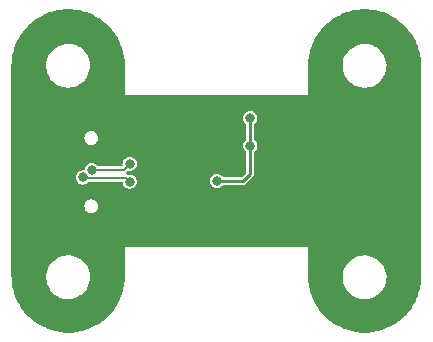
<source format=gbr>
%TF.GenerationSoftware,KiCad,Pcbnew,7.0.5*%
%TF.CreationDate,2023-07-02T14:02:18+02:00*%
%TF.ProjectId,usb_to_serial_converter,7573625f-746f-45f7-9365-7269616c5f63,rev?*%
%TF.SameCoordinates,Original*%
%TF.FileFunction,Copper,L2,Bot*%
%TF.FilePolarity,Positive*%
%FSLAX46Y46*%
G04 Gerber Fmt 4.6, Leading zero omitted, Abs format (unit mm)*
G04 Created by KiCad (PCBNEW 7.0.5) date 2023-07-02 14:02:18*
%MOMM*%
%LPD*%
G01*
G04 APERTURE LIST*
%TA.AperFunction,ComponentPad*%
%ADD10O,2.100000X1.000000*%
%TD*%
%TA.AperFunction,ComponentPad*%
%ADD11O,1.600000X1.000000*%
%TD*%
%TA.AperFunction,ViaPad*%
%ADD12C,0.500000*%
%TD*%
%TA.AperFunction,ViaPad*%
%ADD13C,0.800000*%
%TD*%
%TA.AperFunction,Conductor*%
%ADD14C,0.250000*%
%TD*%
%TA.AperFunction,Conductor*%
%ADD15C,0.200000*%
%TD*%
G04 APERTURE END LIST*
D10*
%TO.P,J1,S1,SHIELD*%
%TO.N,GND*%
X114085000Y-76580000D03*
D11*
X109905000Y-76580000D03*
D10*
X114085000Y-85220000D03*
D11*
X109905000Y-85220000D03*
%TD*%
D12*
%TO.N,GND*%
X138900000Y-82400000D03*
X124845000Y-78900000D03*
X125745000Y-79700000D03*
X123900000Y-79700000D03*
D13*
X115800000Y-76700000D03*
D12*
X123900000Y-78900000D03*
D13*
X115800000Y-85100000D03*
D12*
X125745000Y-78900000D03*
X137300000Y-83100000D03*
D13*
X130020000Y-81560000D03*
D12*
X124845000Y-79700000D03*
X138900000Y-84400000D03*
X137300000Y-83800000D03*
X137900000Y-84400000D03*
X137900000Y-82400000D03*
D13*
%TO.N,/3v3*%
X127020000Y-76335500D03*
X124189311Y-81637151D03*
X127020000Y-78660000D03*
%TO.N,/D+*%
X116800000Y-80200000D03*
X113600000Y-80700000D03*
%TO.N,/D-*%
X112843892Y-81356108D03*
X116800000Y-81700000D03*
%TD*%
D14*
%TO.N,/3v3*%
X127020000Y-81060000D02*
X126442849Y-81637151D01*
X126442849Y-81637151D02*
X124189311Y-81637151D01*
X127020000Y-78660000D02*
X127020000Y-81060000D01*
X127020000Y-76335500D02*
X127020000Y-78660000D01*
D15*
%TO.N,/D+*%
X116800000Y-80200000D02*
X116300000Y-80700000D01*
X116300000Y-80700000D02*
X113600000Y-80700000D01*
%TO.N,/D-*%
X116500000Y-81400000D02*
X116800000Y-81700000D01*
X112843892Y-81356108D02*
X112887784Y-81400000D01*
X112887784Y-81400000D02*
X116500000Y-81400000D01*
%TD*%
%TA.AperFunction,Conductor*%
%TO.N,GND*%
G36*
X111716493Y-67105385D02*
G01*
X111919953Y-67114792D01*
X111921937Y-67114927D01*
X112149586Y-67135416D01*
X112151869Y-67135678D01*
X112353538Y-67163809D01*
X112355478Y-67164121D01*
X112580412Y-67204940D01*
X112582816Y-67205441D01*
X112780871Y-67252023D01*
X112782686Y-67252487D01*
X113003178Y-67313339D01*
X113005616Y-67314083D01*
X113198415Y-67378703D01*
X113199979Y-67379259D01*
X113414373Y-67459722D01*
X113416875Y-67460743D01*
X113602605Y-67542751D01*
X113603969Y-67543381D01*
X113753803Y-67615538D01*
X113810540Y-67642861D01*
X113813151Y-67644215D01*
X113990095Y-67742773D01*
X113991368Y-67743507D01*
X114188517Y-67861298D01*
X114191083Y-67862942D01*
X114357720Y-67977091D01*
X114358841Y-67977882D01*
X114545078Y-68113190D01*
X114547606Y-68115155D01*
X114702491Y-68243771D01*
X114703434Y-68244573D01*
X114877291Y-68396467D01*
X114879715Y-68398734D01*
X115021505Y-68540524D01*
X115022282Y-68541318D01*
X115182397Y-68708785D01*
X115184702Y-68711371D01*
X115312381Y-68865130D01*
X115386016Y-68957465D01*
X115457890Y-69047592D01*
X115460018Y-69050470D01*
X115572049Y-69214015D01*
X115701432Y-69410023D01*
X115703365Y-69413206D01*
X115798792Y-69584530D01*
X115911050Y-69793139D01*
X115912744Y-69796603D01*
X115990662Y-69973072D01*
X116084985Y-70193751D01*
X116086403Y-70197477D01*
X116146104Y-70375602D01*
X116221788Y-70608530D01*
X116222896Y-70612495D01*
X116263809Y-70786449D01*
X116320326Y-71034067D01*
X116321093Y-71038245D01*
X116342874Y-71194379D01*
X116379779Y-71466828D01*
X116380174Y-71471188D01*
X116382538Y-71522321D01*
X116390386Y-71697067D01*
X116399450Y-71898883D01*
X116399500Y-71901104D01*
X116399500Y-74380391D01*
X116399424Y-74380774D01*
X116399459Y-74400000D01*
X116399500Y-74400099D01*
X116399617Y-74400383D01*
X116400000Y-74400541D01*
X116400002Y-74400539D01*
X116419651Y-74400527D01*
X116419787Y-74400500D01*
X131880213Y-74400500D01*
X131880348Y-74400527D01*
X131899997Y-74400539D01*
X131900000Y-74400541D01*
X131900383Y-74400383D01*
X131900500Y-74400099D01*
X131900541Y-74400000D01*
X131900540Y-74399997D01*
X131900575Y-74380774D01*
X131900499Y-74380396D01*
X131900499Y-71967765D01*
X134845788Y-71967765D01*
X134875414Y-72237020D01*
X134909997Y-72369301D01*
X134943928Y-72499088D01*
X135049870Y-72748390D01*
X135121999Y-72866577D01*
X135190983Y-72979612D01*
X135280252Y-73086880D01*
X135364255Y-73187820D01*
X135565998Y-73368582D01*
X135788624Y-73515870D01*
X135791913Y-73518046D01*
X135924100Y-73580012D01*
X136037176Y-73633020D01*
X136182628Y-73676780D01*
X136296555Y-73711056D01*
X136296559Y-73711057D01*
X136296569Y-73711060D01*
X136463840Y-73735677D01*
X136564560Y-73750500D01*
X136564561Y-73750500D01*
X136767631Y-73750500D01*
X136970156Y-73735677D01*
X137234553Y-73676780D01*
X137487558Y-73580014D01*
X137723777Y-73447441D01*
X137938177Y-73281888D01*
X138126186Y-73086881D01*
X138283799Y-72866579D01*
X138407656Y-72625675D01*
X138495118Y-72369305D01*
X138544319Y-72102933D01*
X138554212Y-71832235D01*
X138524586Y-71562982D01*
X138456072Y-71300912D01*
X138350130Y-71051610D01*
X138209018Y-70820390D01*
X138180772Y-70786449D01*
X138035746Y-70612181D01*
X137834007Y-70431422D01*
X137834004Y-70431420D01*
X137834002Y-70431418D01*
X137684489Y-70332501D01*
X137608086Y-70281953D01*
X137362822Y-70166979D01*
X137103444Y-70088943D01*
X137103428Y-70088939D01*
X136835440Y-70049500D01*
X136835439Y-70049500D01*
X136632369Y-70049500D01*
X136429848Y-70064322D01*
X136165450Y-70123219D01*
X135912439Y-70219987D01*
X135676219Y-70352561D01*
X135461826Y-70518108D01*
X135273814Y-70713119D01*
X135116199Y-70933422D01*
X134992342Y-71174328D01*
X134904884Y-71430687D01*
X134904881Y-71430698D01*
X134855680Y-71697069D01*
X134845788Y-71967765D01*
X131900499Y-71967765D01*
X131900499Y-71901102D01*
X131900549Y-71898882D01*
X131903542Y-71832235D01*
X131917474Y-71522028D01*
X131919826Y-71471164D01*
X131920216Y-71466855D01*
X131957172Y-71194040D01*
X131978905Y-71038239D01*
X131979669Y-71034079D01*
X132036192Y-70786434D01*
X132077112Y-70612456D01*
X132078195Y-70608580D01*
X132153929Y-70375498D01*
X132213606Y-70197445D01*
X132214996Y-70193794D01*
X132309388Y-69972951D01*
X132387269Y-69796570D01*
X132388932Y-69793171D01*
X132501230Y-69584486D01*
X132596639Y-69413195D01*
X132598555Y-69410040D01*
X132727962Y-69213997D01*
X132840006Y-69050434D01*
X132842082Y-69047627D01*
X132987639Y-68865103D01*
X133115327Y-68711335D01*
X133117572Y-68708817D01*
X133277822Y-68541208D01*
X133278447Y-68540570D01*
X133420298Y-68398719D01*
X133422677Y-68396494D01*
X133596646Y-68244502D01*
X133597471Y-68243800D01*
X133752427Y-68115127D01*
X133754886Y-68113215D01*
X133941183Y-67977863D01*
X133942222Y-67977130D01*
X134108947Y-67862921D01*
X134111452Y-67861316D01*
X134308690Y-67743472D01*
X134309877Y-67742787D01*
X134486874Y-67644200D01*
X134489437Y-67642871D01*
X134696080Y-67543357D01*
X134697348Y-67542771D01*
X134883149Y-67460732D01*
X134885601Y-67459732D01*
X135100059Y-67379244D01*
X135101549Y-67378714D01*
X135294403Y-67314077D01*
X135296801Y-67313345D01*
X135517339Y-67252480D01*
X135519103Y-67252029D01*
X135717198Y-67205437D01*
X135719570Y-67204943D01*
X135944537Y-67164118D01*
X135946446Y-67163811D01*
X136148139Y-67135676D01*
X136150403Y-67135417D01*
X136378069Y-67114927D01*
X136380040Y-67114792D01*
X136583506Y-67105385D01*
X136585785Y-67105333D01*
X136814215Y-67105333D01*
X136816493Y-67105385D01*
X137019953Y-67114792D01*
X137021937Y-67114927D01*
X137249586Y-67135416D01*
X137251869Y-67135678D01*
X137453538Y-67163809D01*
X137455478Y-67164121D01*
X137680412Y-67204940D01*
X137682816Y-67205441D01*
X137880871Y-67252023D01*
X137882686Y-67252487D01*
X138103178Y-67313339D01*
X138105616Y-67314083D01*
X138298415Y-67378703D01*
X138299979Y-67379259D01*
X138514373Y-67459722D01*
X138516875Y-67460743D01*
X138702605Y-67542751D01*
X138703969Y-67543381D01*
X138853803Y-67615538D01*
X138910540Y-67642861D01*
X138913151Y-67644215D01*
X139090095Y-67742773D01*
X139091368Y-67743507D01*
X139288517Y-67861298D01*
X139291083Y-67862942D01*
X139457720Y-67977091D01*
X139458841Y-67977882D01*
X139645078Y-68113190D01*
X139647606Y-68115155D01*
X139802491Y-68243771D01*
X139803434Y-68244573D01*
X139977291Y-68396467D01*
X139979715Y-68398734D01*
X140121505Y-68540524D01*
X140122282Y-68541318D01*
X140282397Y-68708785D01*
X140284702Y-68711371D01*
X140412381Y-68865130D01*
X140486016Y-68957465D01*
X140557890Y-69047592D01*
X140560018Y-69050470D01*
X140672049Y-69214015D01*
X140801432Y-69410023D01*
X140803365Y-69413206D01*
X140898792Y-69584530D01*
X141011050Y-69793139D01*
X141012744Y-69796603D01*
X141090662Y-69973072D01*
X141184985Y-70193751D01*
X141186403Y-70197477D01*
X141246104Y-70375602D01*
X141321788Y-70608530D01*
X141322896Y-70612495D01*
X141363809Y-70786449D01*
X141420326Y-71034067D01*
X141421093Y-71038245D01*
X141442874Y-71194379D01*
X141479779Y-71466828D01*
X141480174Y-71471188D01*
X141482538Y-71522321D01*
X141490386Y-71697067D01*
X141499450Y-71898883D01*
X141499500Y-71901104D01*
X141499500Y-89698895D01*
X141499450Y-89701110D01*
X141498052Y-89732235D01*
X141482540Y-90077651D01*
X141480174Y-90128810D01*
X141479779Y-90133170D01*
X141442874Y-90405620D01*
X141421093Y-90561753D01*
X141420326Y-90565931D01*
X141363809Y-90813549D01*
X141322896Y-90987503D01*
X141321788Y-90991468D01*
X141246104Y-91224396D01*
X141186403Y-91402521D01*
X141184985Y-91406247D01*
X141090662Y-91626926D01*
X141012744Y-91803395D01*
X141011050Y-91806859D01*
X140898792Y-92015468D01*
X140803365Y-92186792D01*
X140801432Y-92189975D01*
X140672049Y-92385983D01*
X140560018Y-92549528D01*
X140557881Y-92552418D01*
X140412381Y-92734868D01*
X140284702Y-92888627D01*
X140282397Y-92891213D01*
X140122282Y-93058680D01*
X140121505Y-93059474D01*
X139979715Y-93201264D01*
X139977281Y-93203540D01*
X139803436Y-93355423D01*
X139802491Y-93356227D01*
X139647606Y-93484843D01*
X139645078Y-93486808D01*
X139458841Y-93622116D01*
X139457720Y-93622907D01*
X139291083Y-93737056D01*
X139288496Y-93738713D01*
X139091397Y-93856474D01*
X139090095Y-93857225D01*
X138913151Y-93955783D01*
X138910540Y-93957137D01*
X138703997Y-94056604D01*
X138702513Y-94057289D01*
X138516925Y-94139234D01*
X138514323Y-94140296D01*
X138300015Y-94220726D01*
X138298353Y-94221317D01*
X138105673Y-94285897D01*
X138103111Y-94286679D01*
X137882700Y-94347507D01*
X137880865Y-94347976D01*
X137682853Y-94394549D01*
X137680358Y-94395069D01*
X137455508Y-94435872D01*
X137453509Y-94436193D01*
X137251920Y-94464314D01*
X137249518Y-94464589D01*
X137022011Y-94485065D01*
X137019859Y-94485211D01*
X136816492Y-94494614D01*
X136814216Y-94494667D01*
X136585784Y-94494667D01*
X136583507Y-94494614D01*
X136380134Y-94485211D01*
X136377987Y-94485065D01*
X136150480Y-94464589D01*
X136148078Y-94464314D01*
X135946489Y-94436193D01*
X135944490Y-94435872D01*
X135719640Y-94395069D01*
X135717145Y-94394549D01*
X135519133Y-94347976D01*
X135517298Y-94347507D01*
X135363053Y-94304939D01*
X135296869Y-94286673D01*
X135294336Y-94285900D01*
X135101647Y-94221317D01*
X135099983Y-94220726D01*
X134973915Y-94173412D01*
X134885663Y-94140291D01*
X134883089Y-94139240D01*
X134697448Y-94057272D01*
X134696001Y-94056604D01*
X134489458Y-93957137D01*
X134486847Y-93955783D01*
X134309903Y-93857225D01*
X134308601Y-93856474D01*
X134111502Y-93738713D01*
X134108915Y-93737056D01*
X133942278Y-93622907D01*
X133941157Y-93622116D01*
X133754920Y-93486808D01*
X133752392Y-93484843D01*
X133597507Y-93356227D01*
X133596562Y-93355423D01*
X133422717Y-93203540D01*
X133420283Y-93201264D01*
X133278493Y-93059474D01*
X133277716Y-93058680D01*
X133241489Y-93020790D01*
X133117598Y-92891210D01*
X133115296Y-92888627D01*
X132987617Y-92734868D01*
X132954355Y-92693159D01*
X132842102Y-92552398D01*
X132839987Y-92549538D01*
X132727949Y-92385983D01*
X132598566Y-92189975D01*
X132596633Y-92186792D01*
X132501206Y-92015468D01*
X132388948Y-91806859D01*
X132387260Y-91803408D01*
X132309357Y-91626974D01*
X132215003Y-91406222D01*
X132213601Y-91402537D01*
X132153933Y-91224513D01*
X132078199Y-90991431D01*
X132077109Y-90987531D01*
X132036189Y-90813549D01*
X131979671Y-90565929D01*
X131978905Y-90561753D01*
X131957166Y-90405917D01*
X131920216Y-90133146D01*
X131919826Y-90128833D01*
X131917494Y-90078414D01*
X131908034Y-89867765D01*
X134845788Y-89867765D01*
X134875414Y-90137020D01*
X134909997Y-90269301D01*
X134943928Y-90399088D01*
X135049870Y-90648390D01*
X135121999Y-90766577D01*
X135190983Y-90879612D01*
X135364253Y-91087818D01*
X135364255Y-91087820D01*
X135565998Y-91268582D01*
X135744115Y-91386423D01*
X135791913Y-91418046D01*
X135924100Y-91480012D01*
X136037176Y-91533020D01*
X136182628Y-91576780D01*
X136296555Y-91611056D01*
X136296559Y-91611057D01*
X136296569Y-91611060D01*
X136463840Y-91635677D01*
X136564560Y-91650500D01*
X136564561Y-91650500D01*
X136767631Y-91650500D01*
X136970156Y-91635677D01*
X137234553Y-91576780D01*
X137487558Y-91480014D01*
X137723777Y-91347441D01*
X137938177Y-91181888D01*
X138126186Y-90986881D01*
X138283799Y-90766579D01*
X138407656Y-90525675D01*
X138495118Y-90269305D01*
X138544319Y-90002933D01*
X138554212Y-89732235D01*
X138524586Y-89462982D01*
X138456072Y-89200912D01*
X138350130Y-88951610D01*
X138209018Y-88720390D01*
X138035745Y-88512180D01*
X137930754Y-88418108D01*
X137834007Y-88331422D01*
X137834004Y-88331420D01*
X137834002Y-88331418D01*
X137684489Y-88232501D01*
X137608086Y-88181953D01*
X137362822Y-88066979D01*
X137103444Y-87988943D01*
X137103428Y-87988939D01*
X136835440Y-87949500D01*
X136835439Y-87949500D01*
X136632369Y-87949500D01*
X136429848Y-87964322D01*
X136165450Y-88023219D01*
X135912439Y-88119987D01*
X135676219Y-88252561D01*
X135461826Y-88418108D01*
X135273814Y-88613119D01*
X135116199Y-88833422D01*
X134992342Y-89074328D01*
X134904884Y-89330687D01*
X134904881Y-89330698D01*
X134855680Y-89597069D01*
X134845788Y-89867765D01*
X131908034Y-89867765D01*
X131900549Y-89701109D01*
X131900500Y-89698896D01*
X131900500Y-87219787D01*
X131900527Y-87219651D01*
X131900539Y-87200002D01*
X131900541Y-87200000D01*
X131900383Y-87199617D01*
X131900099Y-87199500D01*
X131900000Y-87199459D01*
X131899999Y-87199459D01*
X131880418Y-87199459D01*
X131880212Y-87199500D01*
X116419788Y-87199500D01*
X116419582Y-87199459D01*
X116400001Y-87199459D01*
X116400000Y-87199459D01*
X116399901Y-87199500D01*
X116399699Y-87199583D01*
X116399616Y-87199617D01*
X116399459Y-87199999D01*
X116399472Y-87219651D01*
X116399500Y-87219787D01*
X116399500Y-89698895D01*
X116399450Y-89701110D01*
X116398052Y-89732235D01*
X116382540Y-90077651D01*
X116380174Y-90128810D01*
X116379779Y-90133170D01*
X116342874Y-90405620D01*
X116321093Y-90561753D01*
X116320326Y-90565931D01*
X116263809Y-90813549D01*
X116222896Y-90987503D01*
X116221788Y-90991468D01*
X116146104Y-91224396D01*
X116086403Y-91402521D01*
X116084985Y-91406247D01*
X115990662Y-91626926D01*
X115912744Y-91803395D01*
X115911050Y-91806859D01*
X115798792Y-92015468D01*
X115703365Y-92186792D01*
X115701432Y-92189975D01*
X115572049Y-92385983D01*
X115460018Y-92549528D01*
X115457881Y-92552418D01*
X115312381Y-92734868D01*
X115184702Y-92888627D01*
X115182397Y-92891213D01*
X115022282Y-93058680D01*
X115021505Y-93059474D01*
X114879715Y-93201264D01*
X114877281Y-93203540D01*
X114703436Y-93355423D01*
X114702491Y-93356227D01*
X114547606Y-93484843D01*
X114545078Y-93486808D01*
X114358841Y-93622116D01*
X114357720Y-93622907D01*
X114191083Y-93737056D01*
X114188496Y-93738713D01*
X113991397Y-93856474D01*
X113990095Y-93857225D01*
X113813151Y-93955783D01*
X113810540Y-93957137D01*
X113603997Y-94056604D01*
X113602513Y-94057289D01*
X113416925Y-94139234D01*
X113414323Y-94140296D01*
X113200015Y-94220726D01*
X113198353Y-94221317D01*
X113005673Y-94285897D01*
X113003111Y-94286679D01*
X112782700Y-94347507D01*
X112780865Y-94347976D01*
X112582853Y-94394549D01*
X112580358Y-94395069D01*
X112355508Y-94435872D01*
X112353509Y-94436193D01*
X112151920Y-94464314D01*
X112149518Y-94464589D01*
X111922011Y-94485065D01*
X111919859Y-94485211D01*
X111716492Y-94494614D01*
X111714216Y-94494667D01*
X111485784Y-94494667D01*
X111483507Y-94494614D01*
X111280134Y-94485211D01*
X111277987Y-94485065D01*
X111050480Y-94464589D01*
X111048078Y-94464314D01*
X110846489Y-94436193D01*
X110844490Y-94435872D01*
X110619640Y-94395069D01*
X110617145Y-94394549D01*
X110419133Y-94347976D01*
X110417298Y-94347507D01*
X110263053Y-94304939D01*
X110196869Y-94286673D01*
X110194336Y-94285900D01*
X110001647Y-94221317D01*
X109999983Y-94220726D01*
X109873915Y-94173412D01*
X109785663Y-94140291D01*
X109783089Y-94139240D01*
X109597448Y-94057272D01*
X109596001Y-94056604D01*
X109389458Y-93957137D01*
X109386847Y-93955783D01*
X109209903Y-93857225D01*
X109208601Y-93856474D01*
X109011502Y-93738713D01*
X109008915Y-93737056D01*
X108842278Y-93622907D01*
X108841157Y-93622116D01*
X108654920Y-93486808D01*
X108652392Y-93484843D01*
X108497507Y-93356227D01*
X108496562Y-93355423D01*
X108322717Y-93203540D01*
X108320283Y-93201264D01*
X108178493Y-93059474D01*
X108177716Y-93058680D01*
X108141489Y-93020790D01*
X108017598Y-92891210D01*
X108015296Y-92888627D01*
X107887617Y-92734868D01*
X107854355Y-92693159D01*
X107742102Y-92552398D01*
X107739987Y-92549538D01*
X107627949Y-92385983D01*
X107498566Y-92189975D01*
X107496633Y-92186792D01*
X107401206Y-92015468D01*
X107288948Y-91806859D01*
X107287260Y-91803408D01*
X107209357Y-91626974D01*
X107115003Y-91406222D01*
X107113601Y-91402537D01*
X107053933Y-91224513D01*
X106978199Y-90991431D01*
X106977109Y-90987531D01*
X106936189Y-90813549D01*
X106879671Y-90565929D01*
X106878905Y-90561753D01*
X106857166Y-90405917D01*
X106820216Y-90133146D01*
X106819826Y-90128833D01*
X106817494Y-90078414D01*
X106808034Y-89867765D01*
X109745788Y-89867765D01*
X109775414Y-90137020D01*
X109809997Y-90269301D01*
X109843928Y-90399088D01*
X109949870Y-90648390D01*
X110021999Y-90766577D01*
X110090983Y-90879612D01*
X110264253Y-91087818D01*
X110264255Y-91087820D01*
X110465998Y-91268582D01*
X110644115Y-91386423D01*
X110691913Y-91418046D01*
X110824100Y-91480012D01*
X110937176Y-91533020D01*
X111082628Y-91576780D01*
X111196555Y-91611056D01*
X111196559Y-91611057D01*
X111196569Y-91611060D01*
X111363840Y-91635677D01*
X111464560Y-91650500D01*
X111464561Y-91650500D01*
X111667631Y-91650500D01*
X111870156Y-91635677D01*
X112134553Y-91576780D01*
X112387558Y-91480014D01*
X112623777Y-91347441D01*
X112838177Y-91181888D01*
X113026186Y-90986881D01*
X113183799Y-90766579D01*
X113307656Y-90525675D01*
X113395118Y-90269305D01*
X113444319Y-90002933D01*
X113454212Y-89732235D01*
X113424586Y-89462982D01*
X113356072Y-89200912D01*
X113250130Y-88951610D01*
X113109018Y-88720390D01*
X112935745Y-88512180D01*
X112830754Y-88418108D01*
X112734007Y-88331422D01*
X112734004Y-88331420D01*
X112734002Y-88331418D01*
X112584489Y-88232501D01*
X112508086Y-88181953D01*
X112262822Y-88066979D01*
X112003444Y-87988943D01*
X112003428Y-87988939D01*
X111735440Y-87949500D01*
X111735439Y-87949500D01*
X111532369Y-87949500D01*
X111329848Y-87964322D01*
X111065450Y-88023219D01*
X110812439Y-88119987D01*
X110576219Y-88252561D01*
X110361826Y-88418108D01*
X110173814Y-88613119D01*
X110016199Y-88833422D01*
X109892342Y-89074328D01*
X109804884Y-89330687D01*
X109804881Y-89330698D01*
X109755680Y-89597069D01*
X109745788Y-89867765D01*
X106808034Y-89867765D01*
X106800549Y-89701109D01*
X106800500Y-89698896D01*
X106800500Y-83790000D01*
X112974534Y-83790000D01*
X112994313Y-83940236D01*
X113052302Y-84080233D01*
X113144549Y-84200451D01*
X113264767Y-84292698D01*
X113404764Y-84350687D01*
X113517280Y-84365500D01*
X113517281Y-84365500D01*
X113592719Y-84365500D01*
X113592720Y-84365500D01*
X113705236Y-84350687D01*
X113845233Y-84292698D01*
X113965451Y-84200451D01*
X114057698Y-84080233D01*
X114115687Y-83940236D01*
X114135466Y-83790000D01*
X114115687Y-83639764D01*
X114057698Y-83499767D01*
X113965451Y-83379549D01*
X113845233Y-83287302D01*
X113705236Y-83229313D01*
X113705234Y-83229312D01*
X113705232Y-83229312D01*
X113592720Y-83214500D01*
X113517280Y-83214500D01*
X113517279Y-83214500D01*
X113404767Y-83229312D01*
X113404761Y-83229314D01*
X113264768Y-83287301D01*
X113144551Y-83379547D01*
X113144547Y-83379551D01*
X113052301Y-83499768D01*
X112994314Y-83639761D01*
X112994312Y-83639767D01*
X112974534Y-83789999D01*
X112974534Y-83790000D01*
X106800500Y-83790000D01*
X106800500Y-81356108D01*
X112238210Y-81356108D01*
X112258847Y-81512866D01*
X112258849Y-81512874D01*
X112319354Y-81658946D01*
X112319354Y-81658947D01*
X112415605Y-81784384D01*
X112415610Y-81784390D01*
X112541051Y-81880644D01*
X112541052Y-81880644D01*
X112541053Y-81880645D01*
X112685479Y-81940468D01*
X112687130Y-81941152D01*
X112791253Y-81954860D01*
X112843891Y-81961790D01*
X112843892Y-81961790D01*
X112843893Y-81961790D01*
X112875244Y-81957662D01*
X113000654Y-81941152D01*
X113146733Y-81880644D01*
X113272174Y-81784390D01*
X113306824Y-81739232D01*
X113357248Y-81704577D01*
X113385366Y-81700500D01*
X116107563Y-81700500D01*
X116165754Y-81719407D01*
X116201718Y-81768907D01*
X116205716Y-81786578D01*
X116214955Y-81856758D01*
X116214957Y-81856766D01*
X116275462Y-82002838D01*
X116275462Y-82002839D01*
X116323492Y-82065433D01*
X116371718Y-82128282D01*
X116497159Y-82224536D01*
X116497160Y-82224536D01*
X116497161Y-82224537D01*
X116643233Y-82285042D01*
X116643238Y-82285044D01*
X116760809Y-82300522D01*
X116799999Y-82305682D01*
X116800000Y-82305682D01*
X116800001Y-82305682D01*
X116831352Y-82301554D01*
X116956762Y-82285044D01*
X117102841Y-82224536D01*
X117228282Y-82128282D01*
X117324536Y-82002841D01*
X117385044Y-81856762D01*
X117405682Y-81700000D01*
X117397408Y-81637151D01*
X123583629Y-81637151D01*
X123604266Y-81793909D01*
X123604268Y-81793917D01*
X123664773Y-81939989D01*
X123664773Y-81939990D01*
X123761024Y-82065427D01*
X123761029Y-82065433D01*
X123886470Y-82161687D01*
X124032549Y-82222195D01*
X124150120Y-82237673D01*
X124189310Y-82242833D01*
X124189311Y-82242833D01*
X124189312Y-82242833D01*
X124220663Y-82238705D01*
X124346073Y-82222195D01*
X124492152Y-82161687D01*
X124617593Y-82065433D01*
X124666739Y-82001383D01*
X124717163Y-81966728D01*
X124745281Y-81962651D01*
X126426475Y-81962651D01*
X126430775Y-81962838D01*
X126471656Y-81966415D01*
X126511301Y-81955791D01*
X126515499Y-81954861D01*
X126555894Y-81947739D01*
X126557194Y-81946989D01*
X126581085Y-81937093D01*
X126581313Y-81937031D01*
X126582533Y-81936705D01*
X126616152Y-81913163D01*
X126619760Y-81910865D01*
X126655304Y-81890345D01*
X126681687Y-81858901D01*
X126684575Y-81855749D01*
X127238582Y-81301742D01*
X127241760Y-81298829D01*
X127273194Y-81272455D01*
X127293714Y-81236911D01*
X127296012Y-81233303D01*
X127319554Y-81199684D01*
X127319941Y-81198236D01*
X127329838Y-81174345D01*
X127330588Y-81173045D01*
X127337709Y-81132656D01*
X127338640Y-81128452D01*
X127349264Y-81088807D01*
X127345687Y-81047922D01*
X127345500Y-81043623D01*
X127345500Y-79215970D01*
X127364407Y-79157779D01*
X127384233Y-79137428D01*
X127448282Y-79088282D01*
X127544536Y-78962841D01*
X127605044Y-78816762D01*
X127625682Y-78660000D01*
X127605044Y-78503238D01*
X127570753Y-78420452D01*
X127544537Y-78357161D01*
X127544537Y-78357160D01*
X127448281Y-78231717D01*
X127384232Y-78182570D01*
X127349577Y-78132145D01*
X127345500Y-78104028D01*
X127345500Y-76891470D01*
X127364407Y-76833279D01*
X127384233Y-76812928D01*
X127448282Y-76763782D01*
X127544536Y-76638341D01*
X127605044Y-76492262D01*
X127625682Y-76335500D01*
X127605044Y-76178738D01*
X127544537Y-76032661D01*
X127544537Y-76032660D01*
X127448286Y-75907223D01*
X127448285Y-75907222D01*
X127448282Y-75907218D01*
X127448277Y-75907214D01*
X127448276Y-75907213D01*
X127322838Y-75810962D01*
X127176766Y-75750457D01*
X127176758Y-75750455D01*
X127020001Y-75729818D01*
X127019999Y-75729818D01*
X126863241Y-75750455D01*
X126863233Y-75750457D01*
X126717161Y-75810962D01*
X126717160Y-75810962D01*
X126591723Y-75907213D01*
X126591713Y-75907223D01*
X126495462Y-76032660D01*
X126495462Y-76032661D01*
X126434957Y-76178733D01*
X126434955Y-76178741D01*
X126414318Y-76335499D01*
X126414318Y-76335500D01*
X126434955Y-76492258D01*
X126434957Y-76492266D01*
X126495462Y-76638338D01*
X126495462Y-76638339D01*
X126495464Y-76638341D01*
X126591718Y-76763782D01*
X126591722Y-76763785D01*
X126655767Y-76812928D01*
X126690423Y-76863352D01*
X126694500Y-76891470D01*
X126694500Y-78104028D01*
X126675593Y-78162219D01*
X126655768Y-78182570D01*
X126591718Y-78231717D01*
X126495462Y-78357160D01*
X126495462Y-78357161D01*
X126434957Y-78503233D01*
X126434955Y-78503241D01*
X126414318Y-78659999D01*
X126414318Y-78660000D01*
X126434955Y-78816758D01*
X126434957Y-78816766D01*
X126495462Y-78962838D01*
X126495462Y-78962839D01*
X126495464Y-78962841D01*
X126591718Y-79088282D01*
X126591722Y-79088285D01*
X126591723Y-79088286D01*
X126655766Y-79137428D01*
X126690422Y-79187853D01*
X126694499Y-79215970D01*
X126694499Y-80884166D01*
X126675592Y-80942357D01*
X126665503Y-80954169D01*
X126337019Y-81282654D01*
X126282502Y-81310432D01*
X126267015Y-81311651D01*
X124745281Y-81311651D01*
X124687090Y-81292744D01*
X124666739Y-81272918D01*
X124666381Y-81272452D01*
X124617593Y-81208869D01*
X124617588Y-81208865D01*
X124617587Y-81208864D01*
X124504495Y-81122086D01*
X124492152Y-81112615D01*
X124492151Y-81112614D01*
X124492149Y-81112613D01*
X124346077Y-81052108D01*
X124346069Y-81052106D01*
X124189312Y-81031469D01*
X124189310Y-81031469D01*
X124032552Y-81052106D01*
X124032544Y-81052108D01*
X123886472Y-81112613D01*
X123886471Y-81112613D01*
X123761034Y-81208864D01*
X123761024Y-81208874D01*
X123664773Y-81334311D01*
X123664773Y-81334312D01*
X123604268Y-81480384D01*
X123604266Y-81480392D01*
X123583629Y-81637150D01*
X123583629Y-81637151D01*
X117397408Y-81637151D01*
X117385044Y-81543238D01*
X117372465Y-81512870D01*
X117324537Y-81397161D01*
X117324537Y-81397160D01*
X117228286Y-81271723D01*
X117228285Y-81271722D01*
X117228282Y-81271718D01*
X117228277Y-81271714D01*
X117228276Y-81271713D01*
X117146382Y-81208874D01*
X117102841Y-81175464D01*
X117102840Y-81175463D01*
X117102838Y-81175462D01*
X116956766Y-81114957D01*
X116956758Y-81114955D01*
X116800001Y-81094318D01*
X116799999Y-81094318D01*
X116700348Y-81107437D01*
X116643238Y-81114956D01*
X116643237Y-81114956D01*
X116636805Y-81115803D01*
X116636571Y-81114027D01*
X116599065Y-81114600D01*
X116592464Y-81113048D01*
X116585904Y-81111017D01*
X116556174Y-81099499D01*
X116551918Y-81098704D01*
X116498193Y-81069423D01*
X116471940Y-81014157D01*
X116483185Y-80954014D01*
X116503425Y-80928221D01*
X116505944Y-80925923D01*
X116505952Y-80925919D01*
X116525165Y-80900474D01*
X116529662Y-80895308D01*
X116540804Y-80884166D01*
X116605791Y-80819178D01*
X116660306Y-80791403D01*
X116688714Y-80791031D01*
X116743804Y-80798283D01*
X116799999Y-80805682D01*
X116800000Y-80805682D01*
X116800001Y-80805682D01*
X116831352Y-80801554D01*
X116956762Y-80785044D01*
X117102841Y-80724536D01*
X117228282Y-80628282D01*
X117324536Y-80502841D01*
X117385044Y-80356762D01*
X117405682Y-80200000D01*
X117385044Y-80043238D01*
X117324537Y-79897161D01*
X117324537Y-79897160D01*
X117228286Y-79771723D01*
X117228285Y-79771722D01*
X117228282Y-79771718D01*
X117228277Y-79771714D01*
X117228276Y-79771713D01*
X117102838Y-79675462D01*
X116956766Y-79614957D01*
X116956758Y-79614955D01*
X116800001Y-79594318D01*
X116799999Y-79594318D01*
X116643241Y-79614955D01*
X116643233Y-79614957D01*
X116497161Y-79675462D01*
X116497160Y-79675462D01*
X116371723Y-79771713D01*
X116371713Y-79771723D01*
X116275462Y-79897160D01*
X116275462Y-79897161D01*
X116214957Y-80043233D01*
X116214955Y-80043241D01*
X116208231Y-80094318D01*
X116194318Y-80200000D01*
X116203760Y-80271723D01*
X116205848Y-80287578D01*
X116194698Y-80347739D01*
X116150316Y-80389856D01*
X116107695Y-80399500D01*
X114175154Y-80399500D01*
X114116963Y-80380593D01*
X114096612Y-80360767D01*
X114028286Y-80271723D01*
X114028285Y-80271722D01*
X114028282Y-80271718D01*
X114028277Y-80271714D01*
X114028276Y-80271713D01*
X113902838Y-80175462D01*
X113756766Y-80114957D01*
X113756758Y-80114955D01*
X113600001Y-80094318D01*
X113599999Y-80094318D01*
X113443241Y-80114955D01*
X113443233Y-80114957D01*
X113297161Y-80175462D01*
X113297160Y-80175462D01*
X113171723Y-80271713D01*
X113171713Y-80271723D01*
X113075462Y-80397160D01*
X113075462Y-80397161D01*
X113014957Y-80543233D01*
X113014955Y-80543240D01*
X112998151Y-80670881D01*
X112971810Y-80726105D01*
X112918039Y-80755300D01*
X112887076Y-80756111D01*
X112843893Y-80750426D01*
X112843891Y-80750426D01*
X112687133Y-80771063D01*
X112687125Y-80771065D01*
X112541053Y-80831570D01*
X112541052Y-80831570D01*
X112415615Y-80927821D01*
X112415605Y-80927831D01*
X112319354Y-81053268D01*
X112319354Y-81053269D01*
X112258849Y-81199341D01*
X112258847Y-81199349D01*
X112238210Y-81356107D01*
X112238210Y-81356108D01*
X106800500Y-81356108D01*
X106800500Y-78010000D01*
X112974534Y-78010000D01*
X112993340Y-78152850D01*
X112994313Y-78160236D01*
X113052302Y-78300233D01*
X113144549Y-78420451D01*
X113264767Y-78512698D01*
X113404764Y-78570687D01*
X113517280Y-78585500D01*
X113517281Y-78585500D01*
X113592719Y-78585500D01*
X113592720Y-78585500D01*
X113705236Y-78570687D01*
X113845233Y-78512698D01*
X113965451Y-78420451D01*
X114057698Y-78300233D01*
X114115687Y-78160236D01*
X114135466Y-78010000D01*
X114115687Y-77859764D01*
X114057698Y-77719767D01*
X113965451Y-77599549D01*
X113845233Y-77507302D01*
X113705236Y-77449313D01*
X113705234Y-77449312D01*
X113705232Y-77449312D01*
X113592720Y-77434500D01*
X113517280Y-77434500D01*
X113517279Y-77434500D01*
X113404767Y-77449312D01*
X113404761Y-77449314D01*
X113264768Y-77507301D01*
X113144551Y-77599547D01*
X113144547Y-77599551D01*
X113052301Y-77719768D01*
X112994314Y-77859761D01*
X112994312Y-77859767D01*
X112974534Y-78009999D01*
X112974534Y-78010000D01*
X106800500Y-78010000D01*
X106800500Y-71967765D01*
X109745788Y-71967765D01*
X109775414Y-72237020D01*
X109809997Y-72369301D01*
X109843928Y-72499088D01*
X109949870Y-72748390D01*
X110021999Y-72866577D01*
X110090983Y-72979612D01*
X110180252Y-73086880D01*
X110264255Y-73187820D01*
X110465998Y-73368582D01*
X110688624Y-73515870D01*
X110691913Y-73518046D01*
X110824100Y-73580012D01*
X110937176Y-73633020D01*
X111082628Y-73676780D01*
X111196555Y-73711056D01*
X111196559Y-73711057D01*
X111196569Y-73711060D01*
X111363840Y-73735677D01*
X111464560Y-73750500D01*
X111464561Y-73750500D01*
X111667631Y-73750500D01*
X111870156Y-73735677D01*
X112134553Y-73676780D01*
X112387558Y-73580014D01*
X112623777Y-73447441D01*
X112838177Y-73281888D01*
X113026186Y-73086881D01*
X113183799Y-72866579D01*
X113307656Y-72625675D01*
X113395118Y-72369305D01*
X113444319Y-72102933D01*
X113454212Y-71832235D01*
X113424586Y-71562982D01*
X113356072Y-71300912D01*
X113250130Y-71051610D01*
X113109018Y-70820390D01*
X113080772Y-70786449D01*
X112935746Y-70612181D01*
X112734007Y-70431422D01*
X112734004Y-70431420D01*
X112734002Y-70431418D01*
X112584489Y-70332501D01*
X112508086Y-70281953D01*
X112262822Y-70166979D01*
X112003444Y-70088943D01*
X112003428Y-70088939D01*
X111735440Y-70049500D01*
X111735439Y-70049500D01*
X111532369Y-70049500D01*
X111329848Y-70064322D01*
X111065450Y-70123219D01*
X110812439Y-70219987D01*
X110576219Y-70352561D01*
X110361826Y-70518108D01*
X110173814Y-70713119D01*
X110016199Y-70933422D01*
X109892342Y-71174328D01*
X109804884Y-71430687D01*
X109804881Y-71430698D01*
X109755680Y-71697069D01*
X109745788Y-71967765D01*
X106800500Y-71967765D01*
X106800500Y-71901103D01*
X106800550Y-71898882D01*
X106809613Y-71697069D01*
X106817478Y-71521932D01*
X106819826Y-71471162D01*
X106820216Y-71466857D01*
X106857172Y-71194040D01*
X106878905Y-71038239D01*
X106879669Y-71034079D01*
X106936192Y-70786434D01*
X106977112Y-70612456D01*
X106978195Y-70608580D01*
X107053929Y-70375498D01*
X107113606Y-70197445D01*
X107114996Y-70193794D01*
X107209388Y-69972951D01*
X107287269Y-69796570D01*
X107288932Y-69793171D01*
X107401230Y-69584486D01*
X107496639Y-69413195D01*
X107498555Y-69410040D01*
X107627962Y-69213997D01*
X107740006Y-69050434D01*
X107742082Y-69047627D01*
X107887639Y-68865103D01*
X108015327Y-68711335D01*
X108017572Y-68708817D01*
X108177822Y-68541208D01*
X108178447Y-68540570D01*
X108320298Y-68398719D01*
X108322677Y-68396494D01*
X108496646Y-68244502D01*
X108497471Y-68243800D01*
X108652427Y-68115127D01*
X108654886Y-68113215D01*
X108841183Y-67977863D01*
X108842222Y-67977130D01*
X109008947Y-67862921D01*
X109011452Y-67861316D01*
X109208690Y-67743472D01*
X109209877Y-67742787D01*
X109386874Y-67644200D01*
X109389437Y-67642871D01*
X109596080Y-67543357D01*
X109597348Y-67542771D01*
X109783149Y-67460732D01*
X109785601Y-67459732D01*
X110000059Y-67379244D01*
X110001549Y-67378714D01*
X110194403Y-67314077D01*
X110196801Y-67313345D01*
X110417339Y-67252480D01*
X110419103Y-67252029D01*
X110617198Y-67205437D01*
X110619570Y-67204943D01*
X110844537Y-67164118D01*
X110846446Y-67163811D01*
X111048139Y-67135676D01*
X111050403Y-67135417D01*
X111278069Y-67114927D01*
X111280040Y-67114792D01*
X111483506Y-67105385D01*
X111485785Y-67105333D01*
X111714215Y-67105333D01*
X111716493Y-67105385D01*
G37*
%TD.AperFunction*%
%TD*%
M02*

</source>
